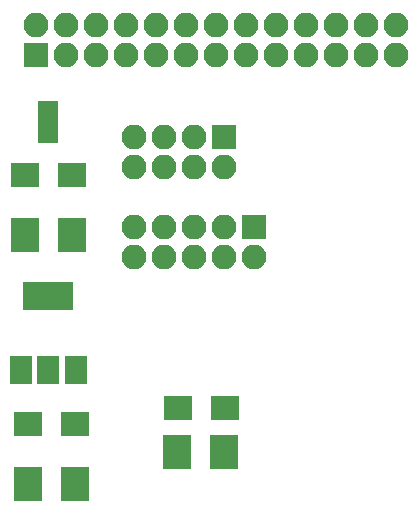
<source format=gbs>
G04 #@! TF.FileFunction,Soldermask,Bot*
%FSLAX46Y46*%
G04 Gerber Fmt 4.6, Leading zero omitted, Abs format (unit mm)*
G04 Created by KiCad (PCBNEW 4.0.6) date Sun Apr 30 02:44:44 2017*
%MOMM*%
%LPD*%
G01*
G04 APERTURE LIST*
%ADD10C,0.100000*%
%ADD11R,2.100000X2.100000*%
%ADD12O,2.100000X2.100000*%
%ADD13R,4.200000X2.400000*%
%ADD14R,1.900000X2.400000*%
%ADD15R,2.400000X2.900000*%
%ADD16R,2.400000X2.000000*%
%ADD17R,1.700000X1.900000*%
%ADD18C,0.254000*%
G04 APERTURE END LIST*
D10*
D11*
X16935220Y-16935220D03*
D12*
X16935220Y-14395220D03*
X19475220Y-16935220D03*
X19475220Y-14395220D03*
X22015220Y-16935220D03*
X22015220Y-14395220D03*
X24555220Y-16935220D03*
X24555220Y-14395220D03*
X27095220Y-16935220D03*
X27095220Y-14395220D03*
X29635220Y-16935220D03*
X29635220Y-14395220D03*
X32175220Y-16935220D03*
X32175220Y-14395220D03*
X34715220Y-16935220D03*
X34715220Y-14395220D03*
X37255220Y-16935220D03*
X37255220Y-14395220D03*
X39795220Y-16935220D03*
X39795220Y-14395220D03*
X42335220Y-16935220D03*
X42335220Y-14395220D03*
X44875220Y-16935220D03*
X44875220Y-14395220D03*
X47415220Y-16935220D03*
X47415220Y-14395220D03*
D11*
X35350000Y-31550000D03*
D12*
X35350000Y-34090000D03*
X32810000Y-31550000D03*
X32810000Y-34090000D03*
X30270000Y-31550000D03*
X30270000Y-34090000D03*
X27730000Y-31550000D03*
X27730000Y-34090000D03*
X25190000Y-31550000D03*
X25190000Y-34090000D03*
D11*
X32810000Y-23930000D03*
D12*
X32810000Y-26470000D03*
X30270000Y-23930000D03*
X30270000Y-26470000D03*
X27730000Y-23930000D03*
X27730000Y-26470000D03*
X25190000Y-23930000D03*
X25190000Y-26470000D03*
D13*
X17976400Y-37378900D03*
D14*
X17976400Y-43678900D03*
X15676400Y-43678900D03*
X20276400Y-43678900D03*
D15*
X16240000Y-53260000D03*
X20240000Y-53260000D03*
D16*
X32930000Y-46876000D03*
X28930000Y-46876000D03*
D15*
X32870000Y-50576000D03*
X28870000Y-50576000D03*
D16*
X16240000Y-48180000D03*
X20240000Y-48180000D03*
X15965000Y-27105000D03*
X19965000Y-27105000D03*
D15*
X15965000Y-32185000D03*
X19965000Y-32185000D03*
D17*
X17980000Y-23480000D03*
X17980000Y-21780000D03*
D18*
G36*
X18573000Y-22973000D02*
X17427000Y-22973000D01*
X17427000Y-22227000D01*
X18573000Y-22227000D01*
X18573000Y-22973000D01*
X18573000Y-22973000D01*
G37*
X18573000Y-22973000D02*
X17427000Y-22973000D01*
X17427000Y-22227000D01*
X18573000Y-22227000D01*
X18573000Y-22973000D01*
M02*

</source>
